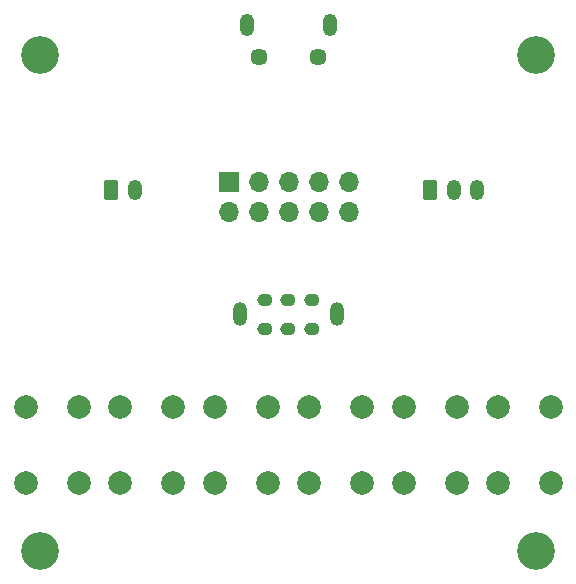
<source format=gbs>
%TF.GenerationSoftware,KiCad,Pcbnew,(6.0.2)*%
%TF.CreationDate,2022-05-16T10:21:06+01:00*%
%TF.ProjectId,led-tester,6c65642d-7465-4737-9465-722e6b696361,rev?*%
%TF.SameCoordinates,Original*%
%TF.FileFunction,Soldermask,Bot*%
%TF.FilePolarity,Negative*%
%FSLAX46Y46*%
G04 Gerber Fmt 4.6, Leading zero omitted, Abs format (unit mm)*
G04 Created by KiCad (PCBNEW (6.0.2)) date 2022-05-16 10:21:06*
%MOMM*%
%LPD*%
G01*
G04 APERTURE LIST*
G04 Aperture macros list*
%AMRoundRect*
0 Rectangle with rounded corners*
0 $1 Rounding radius*
0 $2 $3 $4 $5 $6 $7 $8 $9 X,Y pos of 4 corners*
0 Add a 4 corners polygon primitive as box body*
4,1,4,$2,$3,$4,$5,$6,$7,$8,$9,$2,$3,0*
0 Add four circle primitives for the rounded corners*
1,1,$1+$1,$2,$3*
1,1,$1+$1,$4,$5*
1,1,$1+$1,$6,$7*
1,1,$1+$1,$8,$9*
0 Add four rect primitives between the rounded corners*
20,1,$1+$1,$2,$3,$4,$5,0*
20,1,$1+$1,$4,$5,$6,$7,0*
20,1,$1+$1,$6,$7,$8,$9,0*
20,1,$1+$1,$8,$9,$2,$3,0*%
G04 Aperture macros list end*
%ADD10C,2.000000*%
%ADD11C,1.450000*%
%ADD12O,1.200000X1.900000*%
%ADD13C,3.200000*%
%ADD14R,1.700000X1.700000*%
%ADD15O,1.700000X1.700000*%
%ADD16O,1.200000X2.000000*%
%ADD17O,1.300000X1.100000*%
%ADD18RoundRect,0.250000X-0.350000X-0.625000X0.350000X-0.625000X0.350000X0.625000X-0.350000X0.625000X0*%
%ADD19O,1.200000X1.750000*%
G04 APERTURE END LIST*
D10*
%TO.C,SW2*%
X102750000Y-83750000D03*
X102750000Y-90250000D03*
X107250000Y-90250000D03*
X107250000Y-83750000D03*
%TD*%
D11*
%TO.C,J1*%
X127500000Y-54162500D03*
D12*
X128500000Y-51462500D03*
D11*
X122500000Y-54162500D03*
D12*
X121500000Y-51462500D03*
%TD*%
D13*
%TO.C,H1*%
X104000000Y-54000000D03*
%TD*%
D10*
%TO.C,SW3*%
X110750000Y-83750000D03*
X110750000Y-90250000D03*
X115250000Y-83750000D03*
X115250000Y-90250000D03*
%TD*%
D14*
%TO.C,J4*%
X119950000Y-64710000D03*
D15*
X119950000Y-67250000D03*
X122490000Y-64710000D03*
X122490000Y-67250000D03*
X125030000Y-64710000D03*
X125030000Y-67250000D03*
X127570000Y-64710000D03*
X127570000Y-67250000D03*
X130110000Y-64710000D03*
X130110000Y-67250000D03*
%TD*%
D10*
%TO.C,SW5*%
X126750000Y-83750000D03*
X126750000Y-90250000D03*
X131250000Y-83750000D03*
X131250000Y-90250000D03*
%TD*%
D13*
%TO.C,H3*%
X146000000Y-54000000D03*
%TD*%
D10*
%TO.C,SW4*%
X118750000Y-90250000D03*
X118750000Y-83750000D03*
X123250000Y-90250000D03*
X123250000Y-83750000D03*
%TD*%
D16*
%TO.C,SW1*%
X129100000Y-75960000D03*
X120900000Y-75960000D03*
D17*
X123000000Y-74710000D03*
X125000000Y-74710000D03*
X127000000Y-74710000D03*
X123000000Y-77210000D03*
X125000000Y-77210000D03*
X127000000Y-77210000D03*
%TD*%
D10*
%TO.C,SW6*%
X134750000Y-83750000D03*
X134750000Y-90250000D03*
X139250000Y-83750000D03*
X139250000Y-90250000D03*
%TD*%
%TO.C,SW7*%
X142750000Y-90250000D03*
X142750000Y-83750000D03*
X147250000Y-90250000D03*
X147250000Y-83750000D03*
%TD*%
D13*
%TO.C,H2*%
X146000000Y-96000000D03*
%TD*%
%TO.C,H4*%
X104000000Y-96000000D03*
%TD*%
D18*
%TO.C,J3*%
X137000000Y-65450000D03*
D19*
X139000000Y-65450000D03*
X141000000Y-65450000D03*
%TD*%
D18*
%TO.C,J2*%
X110000000Y-65450000D03*
D19*
X112000000Y-65450000D03*
%TD*%
M02*

</source>
